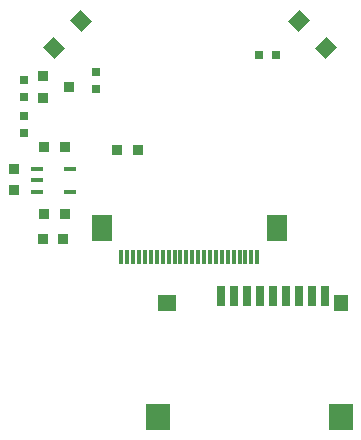
<source format=gbp>
G04*
G04 #@! TF.GenerationSoftware,Altium Limited,Altium Designer,19.0.4 (130)*
G04*
G04 Layer_Color=128*
%FSLAX25Y25*%
%MOIN*%
G70*
G01*
G75*
%ADD19R,0.03000X0.03000*%
%ADD22R,0.03500X0.03800*%
%ADD23R,0.03800X0.03500*%
%ADD24R,0.03000X0.03000*%
%ADD69R,0.08000X0.08661*%
%ADD70R,0.06299X0.05512*%
%ADD71R,0.04724X0.05512*%
%ADD72R,0.02756X0.07087*%
G04:AMPARAMS|DCode=73|XSize=47.24mil|YSize=55.12mil|CornerRadius=0mil|HoleSize=0mil|Usage=FLASHONLY|Rotation=315.000|XOffset=0mil|YOffset=0mil|HoleType=Round|Shape=Rectangle|*
%AMROTATEDRECTD73*
4,1,4,-0.03619,-0.00278,0.00278,0.03619,0.03619,0.00278,-0.00278,-0.03619,-0.03619,-0.00278,0.0*
%
%ADD73ROTATEDRECTD73*%

%ADD74R,0.03740X0.03543*%
%ADD75R,0.03740X0.03543*%
G04:AMPARAMS|DCode=76|XSize=47.24mil|YSize=55.12mil|CornerRadius=0mil|HoleSize=0mil|Usage=FLASHONLY|Rotation=225.000|XOffset=0mil|YOffset=0mil|HoleType=Round|Shape=Rectangle|*
%AMROTATEDRECTD76*
4,1,4,-0.00278,0.03619,0.03619,-0.00278,0.00278,-0.03619,-0.03619,0.00278,-0.00278,0.03619,0.0*
%
%ADD76ROTATEDRECTD76*%

%ADD77R,0.03937X0.01772*%
%ADD78R,0.07087X0.08661*%
%ADD79R,0.01181X0.05118*%
D19*
X174994Y276850D02*
D03*
X175000Y271200D02*
D03*
X174994Y264850D02*
D03*
X175000Y259200D02*
D03*
X199000Y279300D02*
D03*
X199006Y273650D02*
D03*
D22*
X171500Y247000D02*
D03*
Y240100D02*
D03*
D23*
X188400Y254500D02*
D03*
X181500D02*
D03*
X181100Y223693D02*
D03*
X188000D02*
D03*
X181600Y232000D02*
D03*
X188500D02*
D03*
X206000Y253500D02*
D03*
X212900D02*
D03*
D24*
X258800Y285000D02*
D03*
X253150Y284994D02*
D03*
D69*
X219394Y164575D02*
D03*
X280417D02*
D03*
D70*
X222543Y202370D02*
D03*
D71*
X280417D02*
D03*
D72*
X240653Y204839D02*
D03*
X244984D02*
D03*
X249315D02*
D03*
X253646D02*
D03*
X257976D02*
D03*
X266638D02*
D03*
X270969D02*
D03*
X275299D02*
D03*
X262307D02*
D03*
D73*
X266546Y296454D02*
D03*
X275454Y287546D02*
D03*
D74*
X189826Y274500D02*
D03*
X181174Y270760D02*
D03*
D75*
Y278240D02*
D03*
D76*
X193954Y296454D02*
D03*
X185046Y287546D02*
D03*
D77*
X190307Y247000D02*
D03*
Y239520D02*
D03*
X179283Y243260D02*
D03*
Y239520D02*
D03*
Y247000D02*
D03*
D78*
X200866Y227500D02*
D03*
X259134Y227500D02*
D03*
D79*
X223110Y217669D02*
D03*
X221142D02*
D03*
X207362D02*
D03*
X209331D02*
D03*
X211299D02*
D03*
X213268D02*
D03*
X215236D02*
D03*
X217205D02*
D03*
X219173D02*
D03*
X225079D02*
D03*
X227047D02*
D03*
X229016D02*
D03*
X230984D02*
D03*
X232953D02*
D03*
X234921D02*
D03*
X236890D02*
D03*
X238858D02*
D03*
X240827D02*
D03*
X242795D02*
D03*
X244764D02*
D03*
X246732D02*
D03*
X248701D02*
D03*
X250669D02*
D03*
X252638D02*
D03*
M02*

</source>
